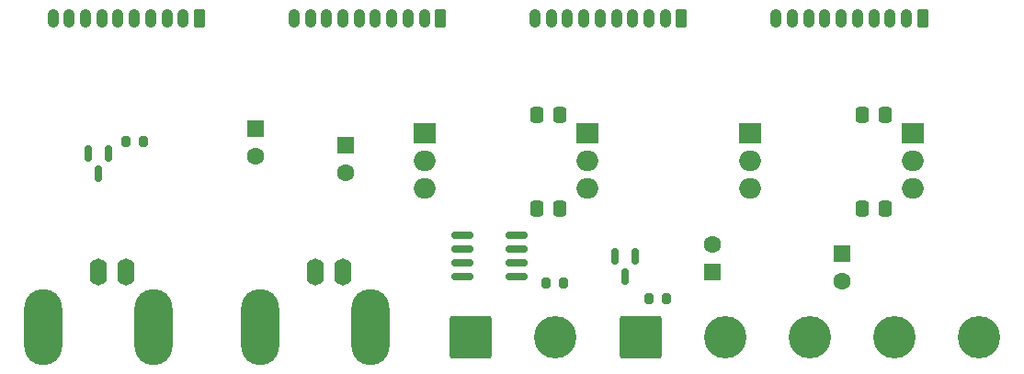
<source format=gts>
G04 #@! TF.GenerationSoftware,KiCad,Pcbnew,8.0.7*
G04 #@! TF.CreationDate,2025-05-28T10:08:31-07:00*
G04 #@! TF.ProjectId,psu_linear_reg,7073755f-6c69-46e6-9561-725f7265672e,rev?*
G04 #@! TF.SameCoordinates,Original*
G04 #@! TF.FileFunction,Soldermask,Top*
G04 #@! TF.FilePolarity,Negative*
%FSLAX46Y46*%
G04 Gerber Fmt 4.6, Leading zero omitted, Abs format (unit mm)*
G04 Created by KiCad (PCBNEW 8.0.7) date 2025-05-28 10:08:31*
%MOMM*%
%LPD*%
G01*
G04 APERTURE LIST*
G04 Aperture macros list*
%AMRoundRect*
0 Rectangle with rounded corners*
0 $1 Rounding radius*
0 $2 $3 $4 $5 $6 $7 $8 $9 X,Y pos of 4 corners*
0 Add a 4 corners polygon primitive as box body*
4,1,4,$2,$3,$4,$5,$6,$7,$8,$9,$2,$3,0*
0 Add four circle primitives for the rounded corners*
1,1,$1+$1,$2,$3*
1,1,$1+$1,$4,$5*
1,1,$1+$1,$6,$7*
1,1,$1+$1,$8,$9*
0 Add four rect primitives between the rounded corners*
20,1,$1+$1,$2,$3,$4,$5,0*
20,1,$1+$1,$4,$5,$6,$7,0*
20,1,$1+$1,$6,$7,$8,$9,0*
20,1,$1+$1,$8,$9,$2,$3,0*%
G04 Aperture macros list end*
%ADD10RoundRect,0.150000X-0.150000X0.587500X-0.150000X-0.587500X0.150000X-0.587500X0.150000X0.587500X0*%
%ADD11O,1.600000X2.500000*%
%ADD12O,3.500000X7.000000*%
%ADD13RoundRect,0.250000X0.265000X0.615000X-0.265000X0.615000X-0.265000X-0.615000X0.265000X-0.615000X0*%
%ADD14O,1.030000X1.730000*%
%ADD15RoundRect,0.150000X0.825000X0.150000X-0.825000X0.150000X-0.825000X-0.150000X0.825000X-0.150000X0*%
%ADD16R,2.000000X1.905000*%
%ADD17O,2.000000X1.905000*%
%ADD18RoundRect,0.250000X0.337500X0.475000X-0.337500X0.475000X-0.337500X-0.475000X0.337500X-0.475000X0*%
%ADD19RoundRect,0.200000X-0.200000X-0.275000X0.200000X-0.275000X0.200000X0.275000X-0.200000X0.275000X0*%
%ADD20RoundRect,0.250002X-1.699998X-1.699998X1.699998X-1.699998X1.699998X1.699998X-1.699998X1.699998X0*%
%ADD21C,3.900000*%
%ADD22R,1.600000X1.600000*%
%ADD23C,1.600000*%
G04 APERTURE END LIST*
D10*
X97950000Y-132062500D03*
X96050000Y-132062500D03*
X97000000Y-133937500D03*
D11*
X97000000Y-143000000D03*
D12*
X102080000Y-148080000D03*
D11*
X99540000Y-143000000D03*
D12*
X91920000Y-148080000D03*
D13*
X150700000Y-119600000D03*
D14*
X149200000Y-119600000D03*
X147700000Y-119600000D03*
X146200000Y-119600000D03*
X144700000Y-119600000D03*
X143200000Y-119600000D03*
X141700000Y-119600000D03*
X140200000Y-119600000D03*
X138700000Y-119600000D03*
X137200000Y-119600000D03*
D15*
X135475000Y-143405000D03*
X135475000Y-142135000D03*
X135475000Y-140865000D03*
X135475000Y-139595000D03*
X130525000Y-139595000D03*
X130525000Y-140865000D03*
X130525000Y-142135000D03*
X130525000Y-143405000D03*
D11*
X117000000Y-143000000D03*
D12*
X122080000Y-148080000D03*
D11*
X119540000Y-143000000D03*
D12*
X111920000Y-148080000D03*
D16*
X142000000Y-130250000D03*
D17*
X142000000Y-132790000D03*
X142000000Y-135330000D03*
D18*
X139467500Y-137160000D03*
X137392500Y-137160000D03*
D10*
X146450000Y-141562500D03*
X144550000Y-141562500D03*
X145500000Y-143437500D03*
D18*
X169418000Y-128524000D03*
X167343000Y-128524000D03*
D19*
X99500000Y-131000000D03*
X101150000Y-131000000D03*
D18*
X169439500Y-137160000D03*
X167364500Y-137160000D03*
D20*
X131300000Y-149000000D03*
D21*
X139100000Y-149000000D03*
D13*
X172900000Y-119600000D03*
D14*
X171400000Y-119600000D03*
X169900000Y-119600000D03*
X168400000Y-119600000D03*
X166900000Y-119600000D03*
X165400000Y-119600000D03*
X163900000Y-119600000D03*
X162400000Y-119600000D03*
X160900000Y-119600000D03*
X159400000Y-119600000D03*
D16*
X127000000Y-130250000D03*
D17*
X127000000Y-132790000D03*
X127000000Y-135330000D03*
D19*
X138175000Y-144000000D03*
X139825000Y-144000000D03*
D22*
X111500000Y-129817621D03*
D23*
X111500000Y-132317621D03*
D20*
X146900000Y-149000000D03*
D21*
X154700000Y-149000000D03*
X162500000Y-149000000D03*
X170300000Y-149000000D03*
X178100000Y-149000000D03*
D18*
X139467500Y-128524000D03*
X137392500Y-128524000D03*
D13*
X128500000Y-119600000D03*
D14*
X127000000Y-119600000D03*
X125500000Y-119600000D03*
X124000000Y-119600000D03*
X122500000Y-119600000D03*
X121000000Y-119600000D03*
X119500000Y-119600000D03*
X118000000Y-119600000D03*
X116500000Y-119600000D03*
X115000000Y-119600000D03*
D22*
X165500000Y-141317621D03*
D23*
X165500000Y-143817621D03*
D16*
X157000000Y-130250000D03*
D17*
X157000000Y-132790000D03*
X157000000Y-135330000D03*
D16*
X172000000Y-130250000D03*
D17*
X172000000Y-132790000D03*
X172000000Y-135330000D03*
D22*
X153500000Y-143000000D03*
D23*
X153500000Y-140500000D03*
D19*
X147675000Y-145500000D03*
X149325000Y-145500000D03*
D22*
X119750000Y-131317621D03*
D23*
X119750000Y-133817621D03*
D13*
X106300000Y-119600000D03*
D14*
X104800000Y-119600000D03*
X103300000Y-119600000D03*
X101800000Y-119600000D03*
X100300000Y-119600000D03*
X98800000Y-119600000D03*
X97300000Y-119600000D03*
X95800000Y-119600000D03*
X94300000Y-119600000D03*
X92800000Y-119600000D03*
M02*

</source>
